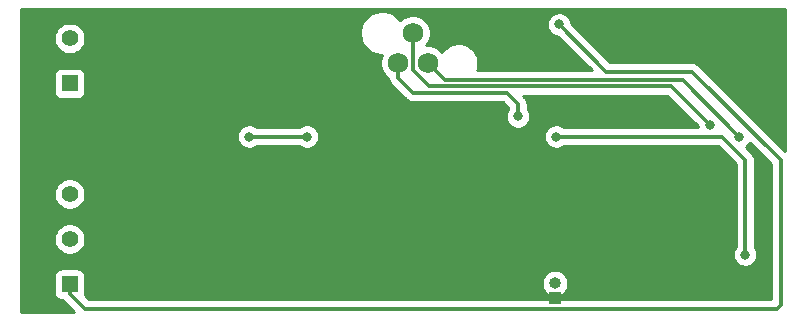
<source format=gbr>
%TF.GenerationSoftware,KiCad,Pcbnew,5.1.10-88a1d61d58~88~ubuntu20.04.1*%
%TF.CreationDate,2022-01-13T13:40:49+02:00*%
%TF.ProjectId,LED_Wled,4c45445f-576c-4656-942e-6b696361645f,rev?*%
%TF.SameCoordinates,Original*%
%TF.FileFunction,Copper,L2,Bot*%
%TF.FilePolarity,Positive*%
%FSLAX46Y46*%
G04 Gerber Fmt 4.6, Leading zero omitted, Abs format (unit mm)*
G04 Created by KiCad (PCBNEW 5.1.10-88a1d61d58~88~ubuntu20.04.1) date 2022-01-13 13:40:49*
%MOMM*%
%LPD*%
G01*
G04 APERTURE LIST*
%TA.AperFunction,ComponentPad*%
%ADD10O,1.000000X1.000000*%
%TD*%
%TA.AperFunction,ComponentPad*%
%ADD11R,1.000000X1.000000*%
%TD*%
%TA.AperFunction,ComponentPad*%
%ADD12C,1.400000*%
%TD*%
%TA.AperFunction,ComponentPad*%
%ADD13R,1.400000X1.400000*%
%TD*%
%TA.AperFunction,ComponentPad*%
%ADD14C,1.750000*%
%TD*%
%TA.AperFunction,ViaPad*%
%ADD15C,0.800000*%
%TD*%
%TA.AperFunction,Conductor*%
%ADD16C,0.350000*%
%TD*%
%TA.AperFunction,Conductor*%
%ADD17C,0.254000*%
%TD*%
%TA.AperFunction,Conductor*%
%ADD18C,0.100000*%
%TD*%
G04 APERTURE END LIST*
D10*
%TO.P,BOOT1,2*%
%TO.N,Net-(BOOT1-Pad2)*%
X112900000Y-69930000D03*
D11*
%TO.P,BOOT1,1*%
%TO.N,GND*%
X112900000Y-71200000D03*
%TD*%
D12*
%TO.P,J3,3*%
%TO.N,GNDPWR*%
X71800000Y-62380000D03*
%TO.P,J3,2*%
%TO.N,VIN*%
X71800000Y-66190000D03*
D13*
%TO.P,J3,1*%
%TO.N,LED_OUT_HV*%
X71800000Y-70000000D03*
%TD*%
D12*
%TO.P,J2,2*%
%TO.N,VIN*%
X71800000Y-49190000D03*
D13*
%TO.P,J2,1*%
%TO.N,GNDPWR*%
X71800000Y-53000000D03*
%TD*%
D14*
%TO.P,J1,4*%
%TO.N,GND*%
X103405000Y-48730000D03*
%TO.P,J1,3*%
%TO.N,RXD*%
X102135000Y-51270000D03*
%TO.P,J1,2*%
%TO.N,TXD*%
X100865000Y-48730000D03*
%TO.P,J1,1*%
%TO.N,+3V3*%
X99595000Y-51270000D03*
%TD*%
D15*
%TO.N,GND*%
X93000000Y-50000000D03*
X127500000Y-67500000D03*
X127500000Y-65500000D03*
X127500000Y-63500000D03*
X127500000Y-61500000D03*
X127500000Y-59500000D03*
X119500000Y-67500000D03*
X119500000Y-65500000D03*
X119500000Y-63500000D03*
X119500000Y-61500000D03*
X119500000Y-59500000D03*
X123500000Y-59500000D03*
X123500000Y-61500000D03*
X123500000Y-63500000D03*
X123500000Y-65500000D03*
X123500000Y-67500000D03*
X114000000Y-67500000D03*
X114000000Y-65500000D03*
X114000000Y-63500000D03*
X114000000Y-61500000D03*
X113000000Y-59500000D03*
X109750000Y-57750000D03*
X105250000Y-64750000D03*
X107500000Y-64750000D03*
X109750000Y-64750000D03*
X107500000Y-63500000D03*
X103500000Y-57000000D03*
X103500000Y-55750000D03*
X103500000Y-58250000D03*
X103500000Y-59500000D03*
X94250000Y-56250000D03*
X96500000Y-56250000D03*
X94250000Y-58750000D03*
X96500000Y-58750000D03*
X90000000Y-47000000D03*
X90000000Y-49000000D03*
X92000000Y-47000000D03*
X92000000Y-49000000D03*
X83000000Y-52000000D03*
X83000000Y-53000000D03*
X83000000Y-54000000D03*
X83000000Y-55000000D03*
X83000000Y-56000000D03*
X84000000Y-56000000D03*
X85000000Y-56000000D03*
X85000000Y-55000000D03*
X85000000Y-54000000D03*
X85000000Y-53000000D03*
X85000000Y-52000000D03*
X84000000Y-52000000D03*
X84000000Y-53000000D03*
X84000000Y-54000000D03*
X84000000Y-55000000D03*
X79900000Y-54100000D03*
X79900000Y-55100000D03*
X79900000Y-56100000D03*
X79900000Y-57100000D03*
%TO.N,+3V3*%
X109762500Y-55800000D03*
%TO.N,RXD*%
X128500000Y-57500000D03*
%TO.N,TXD*%
X126000000Y-56500000D03*
%TO.N,Net-(R3-Pad1)*%
X113000000Y-57500000D03*
X129000000Y-67500000D03*
%TO.N,LED_OUT_HV*%
X113250000Y-48000000D03*
%TO.N,Net-(D1-Pad1)*%
X87000000Y-57500000D03*
X91900000Y-57500000D03*
%TD*%
D16*
%TO.N,+3V3*%
X109762500Y-55800000D02*
X109762500Y-54762500D01*
X99595000Y-52507436D02*
X99595000Y-51270000D01*
X108795022Y-53795022D02*
X100882584Y-53795020D01*
X109762500Y-54762500D02*
X108795022Y-53795022D01*
X100882584Y-53795020D02*
X99595000Y-52507436D01*
%TO.N,RXD*%
X103560001Y-52695001D02*
X123695001Y-52695001D01*
X123695001Y-52695001D02*
X128500000Y-57500000D01*
X102135000Y-51270000D02*
X103560001Y-52695001D01*
%TO.N,TXD*%
X102260008Y-53245010D02*
X109022844Y-53245012D01*
X100865000Y-48730000D02*
X100865000Y-51850002D01*
X122745012Y-53245012D02*
X125600001Y-56100001D01*
X100865000Y-51850002D02*
X102260008Y-53245010D01*
X125600001Y-56100001D02*
X126000000Y-56500000D01*
X109022844Y-53245012D02*
X122745012Y-53245012D01*
%TO.N,Net-(R3-Pad1)*%
X129000000Y-59500000D02*
X129000000Y-67500000D01*
X113000000Y-57500000D02*
X127000000Y-57500000D01*
X127000000Y-57500000D02*
X129000000Y-59500000D01*
%TO.N,LED_OUT_HV*%
X71800000Y-70000000D02*
X71800000Y-70800000D01*
X71800000Y-70800000D02*
X73075001Y-72075001D01*
X131674999Y-72075001D02*
X132000000Y-71750000D01*
X132000000Y-71750000D02*
X132000000Y-59500000D01*
X132000000Y-59500000D02*
X124500000Y-52000000D01*
X124500000Y-52000000D02*
X117250000Y-52000000D01*
X117250000Y-52000000D02*
X113250000Y-48000000D01*
X73075001Y-72075001D02*
X131674999Y-72075001D01*
%TO.N,Net-(D1-Pad1)*%
X87000000Y-57500000D02*
X91900000Y-57500000D01*
%TD*%
D17*
%TO.N,GND*%
X132340000Y-58694488D02*
X125100900Y-51455388D01*
X125075528Y-51424472D01*
X124952189Y-51323251D01*
X124811473Y-51248037D01*
X124658788Y-51201720D01*
X124539791Y-51190000D01*
X124539788Y-51190000D01*
X124500000Y-51186081D01*
X124460212Y-51190000D01*
X117585513Y-51190000D01*
X114282871Y-47887359D01*
X114245226Y-47698102D01*
X114167205Y-47509744D01*
X114053937Y-47340226D01*
X113909774Y-47196063D01*
X113740256Y-47082795D01*
X113551898Y-47004774D01*
X113351939Y-46965000D01*
X113148061Y-46965000D01*
X112948102Y-47004774D01*
X112759744Y-47082795D01*
X112590226Y-47196063D01*
X112446063Y-47340226D01*
X112332795Y-47509744D01*
X112254774Y-47698102D01*
X112215000Y-47898061D01*
X112215000Y-48101939D01*
X112254774Y-48301898D01*
X112332795Y-48490256D01*
X112446063Y-48659774D01*
X112590226Y-48803937D01*
X112759744Y-48917205D01*
X112948102Y-48995226D01*
X113137359Y-49032871D01*
X115989488Y-51885001D01*
X106304089Y-51885001D01*
X106355246Y-51761496D01*
X106420000Y-51435958D01*
X106420000Y-51104042D01*
X106355246Y-50778504D01*
X106228228Y-50471853D01*
X106043825Y-50195875D01*
X105809125Y-49961175D01*
X105533147Y-49776772D01*
X105226496Y-49649754D01*
X104900958Y-49585000D01*
X104569042Y-49585000D01*
X104243504Y-49649754D01*
X103936853Y-49776772D01*
X103660875Y-49961175D01*
X103426175Y-50195875D01*
X103329764Y-50340164D01*
X103307893Y-50307431D01*
X103097569Y-50097107D01*
X102850253Y-49931856D01*
X102575451Y-49818029D01*
X102283722Y-49760000D01*
X101986278Y-49760000D01*
X101966535Y-49763927D01*
X102037893Y-49692569D01*
X102203144Y-49445253D01*
X102316971Y-49170451D01*
X102375000Y-48878722D01*
X102375000Y-48581278D01*
X102316971Y-48289549D01*
X102203144Y-48014747D01*
X102037893Y-47767431D01*
X101827569Y-47557107D01*
X101580253Y-47391856D01*
X101305451Y-47278029D01*
X101013722Y-47220000D01*
X100716278Y-47220000D01*
X100424549Y-47278029D01*
X100149747Y-47391856D01*
X99902431Y-47557107D01*
X99810077Y-47649461D01*
X99729175Y-47528382D01*
X99466618Y-47265825D01*
X99157882Y-47059534D01*
X98814834Y-46917439D01*
X98450656Y-46845000D01*
X98079344Y-46845000D01*
X97715166Y-46917439D01*
X97372118Y-47059534D01*
X97063382Y-47265825D01*
X96800825Y-47528382D01*
X96594534Y-47837118D01*
X96452439Y-48180166D01*
X96380000Y-48544344D01*
X96380000Y-48915656D01*
X96452439Y-49279834D01*
X96594534Y-49622882D01*
X96800825Y-49931618D01*
X97063382Y-50194175D01*
X97372118Y-50400466D01*
X97715166Y-50542561D01*
X98079344Y-50615000D01*
X98231898Y-50615000D01*
X98143029Y-50829549D01*
X98085000Y-51121278D01*
X98085000Y-51418722D01*
X98143029Y-51710451D01*
X98256856Y-51985253D01*
X98422107Y-52232569D01*
X98632431Y-52442893D01*
X98784748Y-52544668D01*
X98785000Y-52547224D01*
X98785000Y-52547226D01*
X98796720Y-52666223D01*
X98843037Y-52818908D01*
X98843038Y-52818909D01*
X98918251Y-52959625D01*
X98939095Y-52985023D01*
X99019472Y-53082964D01*
X99050387Y-53108335D01*
X100281693Y-54339642D01*
X100307056Y-54370547D01*
X100337960Y-54395909D01*
X100337964Y-54395913D01*
X100430395Y-54471769D01*
X100571110Y-54546982D01*
X100723796Y-54593299D01*
X100882584Y-54608939D01*
X100922382Y-54605019D01*
X108459510Y-54605022D01*
X108952501Y-55098013D01*
X108952501Y-55149299D01*
X108845295Y-55309744D01*
X108767274Y-55498102D01*
X108727500Y-55698061D01*
X108727500Y-55901939D01*
X108767274Y-56101898D01*
X108845295Y-56290256D01*
X108958563Y-56459774D01*
X109102726Y-56603937D01*
X109272244Y-56717205D01*
X109460602Y-56795226D01*
X109660561Y-56835000D01*
X109864439Y-56835000D01*
X110064398Y-56795226D01*
X110252756Y-56717205D01*
X110422274Y-56603937D01*
X110566437Y-56459774D01*
X110679705Y-56290256D01*
X110757726Y-56101898D01*
X110797500Y-55901939D01*
X110797500Y-55698061D01*
X110757726Y-55498102D01*
X110679705Y-55309744D01*
X110572500Y-55149300D01*
X110572500Y-54802291D01*
X110576419Y-54762500D01*
X110560780Y-54603712D01*
X110514463Y-54451026D01*
X110439249Y-54310311D01*
X110422172Y-54289502D01*
X110338028Y-54186972D01*
X110307118Y-54161605D01*
X110200525Y-54055012D01*
X122409500Y-54055012D01*
X124967129Y-56612642D01*
X124982516Y-56690000D01*
X113650700Y-56690000D01*
X113490256Y-56582795D01*
X113301898Y-56504774D01*
X113101939Y-56465000D01*
X112898061Y-56465000D01*
X112698102Y-56504774D01*
X112509744Y-56582795D01*
X112340226Y-56696063D01*
X112196063Y-56840226D01*
X112082795Y-57009744D01*
X112004774Y-57198102D01*
X111965000Y-57398061D01*
X111965000Y-57601939D01*
X112004774Y-57801898D01*
X112082795Y-57990256D01*
X112196063Y-58159774D01*
X112340226Y-58303937D01*
X112509744Y-58417205D01*
X112698102Y-58495226D01*
X112898061Y-58535000D01*
X113101939Y-58535000D01*
X113301898Y-58495226D01*
X113490256Y-58417205D01*
X113650700Y-58310000D01*
X126664488Y-58310000D01*
X128190000Y-59835513D01*
X128190001Y-66849299D01*
X128082795Y-67009744D01*
X128004774Y-67198102D01*
X127965000Y-67398061D01*
X127965000Y-67601939D01*
X128004774Y-67801898D01*
X128082795Y-67990256D01*
X128196063Y-68159774D01*
X128340226Y-68303937D01*
X128509744Y-68417205D01*
X128698102Y-68495226D01*
X128898061Y-68535000D01*
X129101939Y-68535000D01*
X129301898Y-68495226D01*
X129490256Y-68417205D01*
X129659774Y-68303937D01*
X129803937Y-68159774D01*
X129917205Y-67990256D01*
X129995226Y-67801898D01*
X130035000Y-67601939D01*
X130035000Y-67398061D01*
X129995226Y-67198102D01*
X129917205Y-67009744D01*
X129810000Y-66849300D01*
X129810000Y-59539787D01*
X129813919Y-59499999D01*
X129810000Y-59460209D01*
X129798280Y-59341212D01*
X129751963Y-59188527D01*
X129676750Y-59047812D01*
X129676749Y-59047810D01*
X129600893Y-58955380D01*
X129575528Y-58924472D01*
X129544619Y-58899106D01*
X129033694Y-58388181D01*
X129159774Y-58303937D01*
X129303937Y-58159774D01*
X129388181Y-58033694D01*
X131190001Y-59835514D01*
X131190000Y-71265001D01*
X73410514Y-71265001D01*
X73089546Y-70944034D01*
X73125812Y-70824482D01*
X73138072Y-70700000D01*
X73138072Y-69818212D01*
X111765000Y-69818212D01*
X111765000Y-70041788D01*
X111808617Y-70261067D01*
X111894176Y-70467624D01*
X112018388Y-70653520D01*
X112176480Y-70811612D01*
X112362376Y-70935824D01*
X112568933Y-71021383D01*
X112788212Y-71065000D01*
X113011788Y-71065000D01*
X113231067Y-71021383D01*
X113437624Y-70935824D01*
X113623520Y-70811612D01*
X113781612Y-70653520D01*
X113905824Y-70467624D01*
X113991383Y-70261067D01*
X114035000Y-70041788D01*
X114035000Y-69818212D01*
X113991383Y-69598933D01*
X113905824Y-69392376D01*
X113781612Y-69206480D01*
X113623520Y-69048388D01*
X113437624Y-68924176D01*
X113231067Y-68838617D01*
X113011788Y-68795000D01*
X112788212Y-68795000D01*
X112568933Y-68838617D01*
X112362376Y-68924176D01*
X112176480Y-69048388D01*
X112018388Y-69206480D01*
X111894176Y-69392376D01*
X111808617Y-69598933D01*
X111765000Y-69818212D01*
X73138072Y-69818212D01*
X73138072Y-69300000D01*
X73125812Y-69175518D01*
X73089502Y-69055820D01*
X73030537Y-68945506D01*
X72951185Y-68848815D01*
X72854494Y-68769463D01*
X72744180Y-68710498D01*
X72624482Y-68674188D01*
X72500000Y-68661928D01*
X71100000Y-68661928D01*
X70975518Y-68674188D01*
X70855820Y-68710498D01*
X70745506Y-68769463D01*
X70648815Y-68848815D01*
X70569463Y-68945506D01*
X70510498Y-69055820D01*
X70474188Y-69175518D01*
X70461928Y-69300000D01*
X70461928Y-70700000D01*
X70474188Y-70824482D01*
X70510498Y-70944180D01*
X70569463Y-71054494D01*
X70648815Y-71151185D01*
X70745506Y-71230537D01*
X70855820Y-71289502D01*
X70975518Y-71325812D01*
X71100000Y-71338072D01*
X71193734Y-71338072D01*
X71224473Y-71375528D01*
X71255383Y-71400895D01*
X72194487Y-72340000D01*
X67660000Y-72340000D01*
X67660000Y-66058514D01*
X70465000Y-66058514D01*
X70465000Y-66321486D01*
X70516304Y-66579405D01*
X70616939Y-66822359D01*
X70763038Y-67041013D01*
X70948987Y-67226962D01*
X71167641Y-67373061D01*
X71410595Y-67473696D01*
X71668514Y-67525000D01*
X71931486Y-67525000D01*
X72189405Y-67473696D01*
X72432359Y-67373061D01*
X72651013Y-67226962D01*
X72836962Y-67041013D01*
X72983061Y-66822359D01*
X73083696Y-66579405D01*
X73135000Y-66321486D01*
X73135000Y-66058514D01*
X73083696Y-65800595D01*
X72983061Y-65557641D01*
X72836962Y-65338987D01*
X72651013Y-65153038D01*
X72432359Y-65006939D01*
X72189405Y-64906304D01*
X71931486Y-64855000D01*
X71668514Y-64855000D01*
X71410595Y-64906304D01*
X71167641Y-65006939D01*
X70948987Y-65153038D01*
X70763038Y-65338987D01*
X70616939Y-65557641D01*
X70516304Y-65800595D01*
X70465000Y-66058514D01*
X67660000Y-66058514D01*
X67660000Y-62248514D01*
X70465000Y-62248514D01*
X70465000Y-62511486D01*
X70516304Y-62769405D01*
X70616939Y-63012359D01*
X70763038Y-63231013D01*
X70948987Y-63416962D01*
X71167641Y-63563061D01*
X71410595Y-63663696D01*
X71668514Y-63715000D01*
X71931486Y-63715000D01*
X72189405Y-63663696D01*
X72432359Y-63563061D01*
X72651013Y-63416962D01*
X72836962Y-63231013D01*
X72983061Y-63012359D01*
X73083696Y-62769405D01*
X73135000Y-62511486D01*
X73135000Y-62248514D01*
X73083696Y-61990595D01*
X72983061Y-61747641D01*
X72836962Y-61528987D01*
X72651013Y-61343038D01*
X72432359Y-61196939D01*
X72189405Y-61096304D01*
X71931486Y-61045000D01*
X71668514Y-61045000D01*
X71410595Y-61096304D01*
X71167641Y-61196939D01*
X70948987Y-61343038D01*
X70763038Y-61528987D01*
X70616939Y-61747641D01*
X70516304Y-61990595D01*
X70465000Y-62248514D01*
X67660000Y-62248514D01*
X67660000Y-57398061D01*
X85965000Y-57398061D01*
X85965000Y-57601939D01*
X86004774Y-57801898D01*
X86082795Y-57990256D01*
X86196063Y-58159774D01*
X86340226Y-58303937D01*
X86509744Y-58417205D01*
X86698102Y-58495226D01*
X86898061Y-58535000D01*
X87101939Y-58535000D01*
X87301898Y-58495226D01*
X87490256Y-58417205D01*
X87650700Y-58310000D01*
X91249300Y-58310000D01*
X91409744Y-58417205D01*
X91598102Y-58495226D01*
X91798061Y-58535000D01*
X92001939Y-58535000D01*
X92201898Y-58495226D01*
X92390256Y-58417205D01*
X92559774Y-58303937D01*
X92703937Y-58159774D01*
X92817205Y-57990256D01*
X92895226Y-57801898D01*
X92935000Y-57601939D01*
X92935000Y-57398061D01*
X92895226Y-57198102D01*
X92817205Y-57009744D01*
X92703937Y-56840226D01*
X92559774Y-56696063D01*
X92390256Y-56582795D01*
X92201898Y-56504774D01*
X92001939Y-56465000D01*
X91798061Y-56465000D01*
X91598102Y-56504774D01*
X91409744Y-56582795D01*
X91249300Y-56690000D01*
X87650700Y-56690000D01*
X87490256Y-56582795D01*
X87301898Y-56504774D01*
X87101939Y-56465000D01*
X86898061Y-56465000D01*
X86698102Y-56504774D01*
X86509744Y-56582795D01*
X86340226Y-56696063D01*
X86196063Y-56840226D01*
X86082795Y-57009744D01*
X86004774Y-57198102D01*
X85965000Y-57398061D01*
X67660000Y-57398061D01*
X67660000Y-52300000D01*
X70461928Y-52300000D01*
X70461928Y-53700000D01*
X70474188Y-53824482D01*
X70510498Y-53944180D01*
X70569463Y-54054494D01*
X70648815Y-54151185D01*
X70745506Y-54230537D01*
X70855820Y-54289502D01*
X70975518Y-54325812D01*
X71100000Y-54338072D01*
X72500000Y-54338072D01*
X72624482Y-54325812D01*
X72744180Y-54289502D01*
X72854494Y-54230537D01*
X72951185Y-54151185D01*
X73030537Y-54054494D01*
X73089502Y-53944180D01*
X73125812Y-53824482D01*
X73138072Y-53700000D01*
X73138072Y-52300000D01*
X73125812Y-52175518D01*
X73089502Y-52055820D01*
X73030537Y-51945506D01*
X72951185Y-51848815D01*
X72854494Y-51769463D01*
X72744180Y-51710498D01*
X72624482Y-51674188D01*
X72500000Y-51661928D01*
X71100000Y-51661928D01*
X70975518Y-51674188D01*
X70855820Y-51710498D01*
X70745506Y-51769463D01*
X70648815Y-51848815D01*
X70569463Y-51945506D01*
X70510498Y-52055820D01*
X70474188Y-52175518D01*
X70461928Y-52300000D01*
X67660000Y-52300000D01*
X67660000Y-49058514D01*
X70465000Y-49058514D01*
X70465000Y-49321486D01*
X70516304Y-49579405D01*
X70616939Y-49822359D01*
X70763038Y-50041013D01*
X70948987Y-50226962D01*
X71167641Y-50373061D01*
X71410595Y-50473696D01*
X71668514Y-50525000D01*
X71931486Y-50525000D01*
X72189405Y-50473696D01*
X72432359Y-50373061D01*
X72651013Y-50226962D01*
X72836962Y-50041013D01*
X72983061Y-49822359D01*
X73083696Y-49579405D01*
X73135000Y-49321486D01*
X73135000Y-49058514D01*
X73083696Y-48800595D01*
X72983061Y-48557641D01*
X72836962Y-48338987D01*
X72651013Y-48153038D01*
X72432359Y-48006939D01*
X72189405Y-47906304D01*
X71931486Y-47855000D01*
X71668514Y-47855000D01*
X71410595Y-47906304D01*
X71167641Y-48006939D01*
X70948987Y-48153038D01*
X70763038Y-48338987D01*
X70616939Y-48557641D01*
X70516304Y-48800595D01*
X70465000Y-49058514D01*
X67660000Y-49058514D01*
X67660000Y-46660000D01*
X132340000Y-46660000D01*
X132340000Y-58694488D01*
%TA.AperFunction,Conductor*%
D18*
G36*
X132340000Y-58694488D02*
G01*
X125100900Y-51455388D01*
X125075528Y-51424472D01*
X124952189Y-51323251D01*
X124811473Y-51248037D01*
X124658788Y-51201720D01*
X124539791Y-51190000D01*
X124539788Y-51190000D01*
X124500000Y-51186081D01*
X124460212Y-51190000D01*
X117585513Y-51190000D01*
X114282871Y-47887359D01*
X114245226Y-47698102D01*
X114167205Y-47509744D01*
X114053937Y-47340226D01*
X113909774Y-47196063D01*
X113740256Y-47082795D01*
X113551898Y-47004774D01*
X113351939Y-46965000D01*
X113148061Y-46965000D01*
X112948102Y-47004774D01*
X112759744Y-47082795D01*
X112590226Y-47196063D01*
X112446063Y-47340226D01*
X112332795Y-47509744D01*
X112254774Y-47698102D01*
X112215000Y-47898061D01*
X112215000Y-48101939D01*
X112254774Y-48301898D01*
X112332795Y-48490256D01*
X112446063Y-48659774D01*
X112590226Y-48803937D01*
X112759744Y-48917205D01*
X112948102Y-48995226D01*
X113137359Y-49032871D01*
X115989488Y-51885001D01*
X106304089Y-51885001D01*
X106355246Y-51761496D01*
X106420000Y-51435958D01*
X106420000Y-51104042D01*
X106355246Y-50778504D01*
X106228228Y-50471853D01*
X106043825Y-50195875D01*
X105809125Y-49961175D01*
X105533147Y-49776772D01*
X105226496Y-49649754D01*
X104900958Y-49585000D01*
X104569042Y-49585000D01*
X104243504Y-49649754D01*
X103936853Y-49776772D01*
X103660875Y-49961175D01*
X103426175Y-50195875D01*
X103329764Y-50340164D01*
X103307893Y-50307431D01*
X103097569Y-50097107D01*
X102850253Y-49931856D01*
X102575451Y-49818029D01*
X102283722Y-49760000D01*
X101986278Y-49760000D01*
X101966535Y-49763927D01*
X102037893Y-49692569D01*
X102203144Y-49445253D01*
X102316971Y-49170451D01*
X102375000Y-48878722D01*
X102375000Y-48581278D01*
X102316971Y-48289549D01*
X102203144Y-48014747D01*
X102037893Y-47767431D01*
X101827569Y-47557107D01*
X101580253Y-47391856D01*
X101305451Y-47278029D01*
X101013722Y-47220000D01*
X100716278Y-47220000D01*
X100424549Y-47278029D01*
X100149747Y-47391856D01*
X99902431Y-47557107D01*
X99810077Y-47649461D01*
X99729175Y-47528382D01*
X99466618Y-47265825D01*
X99157882Y-47059534D01*
X98814834Y-46917439D01*
X98450656Y-46845000D01*
X98079344Y-46845000D01*
X97715166Y-46917439D01*
X97372118Y-47059534D01*
X97063382Y-47265825D01*
X96800825Y-47528382D01*
X96594534Y-47837118D01*
X96452439Y-48180166D01*
X96380000Y-48544344D01*
X96380000Y-48915656D01*
X96452439Y-49279834D01*
X96594534Y-49622882D01*
X96800825Y-49931618D01*
X97063382Y-50194175D01*
X97372118Y-50400466D01*
X97715166Y-50542561D01*
X98079344Y-50615000D01*
X98231898Y-50615000D01*
X98143029Y-50829549D01*
X98085000Y-51121278D01*
X98085000Y-51418722D01*
X98143029Y-51710451D01*
X98256856Y-51985253D01*
X98422107Y-52232569D01*
X98632431Y-52442893D01*
X98784748Y-52544668D01*
X98785000Y-52547224D01*
X98785000Y-52547226D01*
X98796720Y-52666223D01*
X98843037Y-52818908D01*
X98843038Y-52818909D01*
X98918251Y-52959625D01*
X98939095Y-52985023D01*
X99019472Y-53082964D01*
X99050387Y-53108335D01*
X100281693Y-54339642D01*
X100307056Y-54370547D01*
X100337960Y-54395909D01*
X100337964Y-54395913D01*
X100430395Y-54471769D01*
X100571110Y-54546982D01*
X100723796Y-54593299D01*
X100882584Y-54608939D01*
X100922382Y-54605019D01*
X108459510Y-54605022D01*
X108952501Y-55098013D01*
X108952501Y-55149299D01*
X108845295Y-55309744D01*
X108767274Y-55498102D01*
X108727500Y-55698061D01*
X108727500Y-55901939D01*
X108767274Y-56101898D01*
X108845295Y-56290256D01*
X108958563Y-56459774D01*
X109102726Y-56603937D01*
X109272244Y-56717205D01*
X109460602Y-56795226D01*
X109660561Y-56835000D01*
X109864439Y-56835000D01*
X110064398Y-56795226D01*
X110252756Y-56717205D01*
X110422274Y-56603937D01*
X110566437Y-56459774D01*
X110679705Y-56290256D01*
X110757726Y-56101898D01*
X110797500Y-55901939D01*
X110797500Y-55698061D01*
X110757726Y-55498102D01*
X110679705Y-55309744D01*
X110572500Y-55149300D01*
X110572500Y-54802291D01*
X110576419Y-54762500D01*
X110560780Y-54603712D01*
X110514463Y-54451026D01*
X110439249Y-54310311D01*
X110422172Y-54289502D01*
X110338028Y-54186972D01*
X110307118Y-54161605D01*
X110200525Y-54055012D01*
X122409500Y-54055012D01*
X124967129Y-56612642D01*
X124982516Y-56690000D01*
X113650700Y-56690000D01*
X113490256Y-56582795D01*
X113301898Y-56504774D01*
X113101939Y-56465000D01*
X112898061Y-56465000D01*
X112698102Y-56504774D01*
X112509744Y-56582795D01*
X112340226Y-56696063D01*
X112196063Y-56840226D01*
X112082795Y-57009744D01*
X112004774Y-57198102D01*
X111965000Y-57398061D01*
X111965000Y-57601939D01*
X112004774Y-57801898D01*
X112082795Y-57990256D01*
X112196063Y-58159774D01*
X112340226Y-58303937D01*
X112509744Y-58417205D01*
X112698102Y-58495226D01*
X112898061Y-58535000D01*
X113101939Y-58535000D01*
X113301898Y-58495226D01*
X113490256Y-58417205D01*
X113650700Y-58310000D01*
X126664488Y-58310000D01*
X128190000Y-59835513D01*
X128190001Y-66849299D01*
X128082795Y-67009744D01*
X128004774Y-67198102D01*
X127965000Y-67398061D01*
X127965000Y-67601939D01*
X128004774Y-67801898D01*
X128082795Y-67990256D01*
X128196063Y-68159774D01*
X128340226Y-68303937D01*
X128509744Y-68417205D01*
X128698102Y-68495226D01*
X128898061Y-68535000D01*
X129101939Y-68535000D01*
X129301898Y-68495226D01*
X129490256Y-68417205D01*
X129659774Y-68303937D01*
X129803937Y-68159774D01*
X129917205Y-67990256D01*
X129995226Y-67801898D01*
X130035000Y-67601939D01*
X130035000Y-67398061D01*
X129995226Y-67198102D01*
X129917205Y-67009744D01*
X129810000Y-66849300D01*
X129810000Y-59539787D01*
X129813919Y-59499999D01*
X129810000Y-59460209D01*
X129798280Y-59341212D01*
X129751963Y-59188527D01*
X129676750Y-59047812D01*
X129676749Y-59047810D01*
X129600893Y-58955380D01*
X129575528Y-58924472D01*
X129544619Y-58899106D01*
X129033694Y-58388181D01*
X129159774Y-58303937D01*
X129303937Y-58159774D01*
X129388181Y-58033694D01*
X131190001Y-59835514D01*
X131190000Y-71265001D01*
X73410514Y-71265001D01*
X73089546Y-70944034D01*
X73125812Y-70824482D01*
X73138072Y-70700000D01*
X73138072Y-69818212D01*
X111765000Y-69818212D01*
X111765000Y-70041788D01*
X111808617Y-70261067D01*
X111894176Y-70467624D01*
X112018388Y-70653520D01*
X112176480Y-70811612D01*
X112362376Y-70935824D01*
X112568933Y-71021383D01*
X112788212Y-71065000D01*
X113011788Y-71065000D01*
X113231067Y-71021383D01*
X113437624Y-70935824D01*
X113623520Y-70811612D01*
X113781612Y-70653520D01*
X113905824Y-70467624D01*
X113991383Y-70261067D01*
X114035000Y-70041788D01*
X114035000Y-69818212D01*
X113991383Y-69598933D01*
X113905824Y-69392376D01*
X113781612Y-69206480D01*
X113623520Y-69048388D01*
X113437624Y-68924176D01*
X113231067Y-68838617D01*
X113011788Y-68795000D01*
X112788212Y-68795000D01*
X112568933Y-68838617D01*
X112362376Y-68924176D01*
X112176480Y-69048388D01*
X112018388Y-69206480D01*
X111894176Y-69392376D01*
X111808617Y-69598933D01*
X111765000Y-69818212D01*
X73138072Y-69818212D01*
X73138072Y-69300000D01*
X73125812Y-69175518D01*
X73089502Y-69055820D01*
X73030537Y-68945506D01*
X72951185Y-68848815D01*
X72854494Y-68769463D01*
X72744180Y-68710498D01*
X72624482Y-68674188D01*
X72500000Y-68661928D01*
X71100000Y-68661928D01*
X70975518Y-68674188D01*
X70855820Y-68710498D01*
X70745506Y-68769463D01*
X70648815Y-68848815D01*
X70569463Y-68945506D01*
X70510498Y-69055820D01*
X70474188Y-69175518D01*
X70461928Y-69300000D01*
X70461928Y-70700000D01*
X70474188Y-70824482D01*
X70510498Y-70944180D01*
X70569463Y-71054494D01*
X70648815Y-71151185D01*
X70745506Y-71230537D01*
X70855820Y-71289502D01*
X70975518Y-71325812D01*
X71100000Y-71338072D01*
X71193734Y-71338072D01*
X71224473Y-71375528D01*
X71255383Y-71400895D01*
X72194487Y-72340000D01*
X67660000Y-72340000D01*
X67660000Y-66058514D01*
X70465000Y-66058514D01*
X70465000Y-66321486D01*
X70516304Y-66579405D01*
X70616939Y-66822359D01*
X70763038Y-67041013D01*
X70948987Y-67226962D01*
X71167641Y-67373061D01*
X71410595Y-67473696D01*
X71668514Y-67525000D01*
X71931486Y-67525000D01*
X72189405Y-67473696D01*
X72432359Y-67373061D01*
X72651013Y-67226962D01*
X72836962Y-67041013D01*
X72983061Y-66822359D01*
X73083696Y-66579405D01*
X73135000Y-66321486D01*
X73135000Y-66058514D01*
X73083696Y-65800595D01*
X72983061Y-65557641D01*
X72836962Y-65338987D01*
X72651013Y-65153038D01*
X72432359Y-65006939D01*
X72189405Y-64906304D01*
X71931486Y-64855000D01*
X71668514Y-64855000D01*
X71410595Y-64906304D01*
X71167641Y-65006939D01*
X70948987Y-65153038D01*
X70763038Y-65338987D01*
X70616939Y-65557641D01*
X70516304Y-65800595D01*
X70465000Y-66058514D01*
X67660000Y-66058514D01*
X67660000Y-62248514D01*
X70465000Y-62248514D01*
X70465000Y-62511486D01*
X70516304Y-62769405D01*
X70616939Y-63012359D01*
X70763038Y-63231013D01*
X70948987Y-63416962D01*
X71167641Y-63563061D01*
X71410595Y-63663696D01*
X71668514Y-63715000D01*
X71931486Y-63715000D01*
X72189405Y-63663696D01*
X72432359Y-63563061D01*
X72651013Y-63416962D01*
X72836962Y-63231013D01*
X72983061Y-63012359D01*
X73083696Y-62769405D01*
X73135000Y-62511486D01*
X73135000Y-62248514D01*
X73083696Y-61990595D01*
X72983061Y-61747641D01*
X72836962Y-61528987D01*
X72651013Y-61343038D01*
X72432359Y-61196939D01*
X72189405Y-61096304D01*
X71931486Y-61045000D01*
X71668514Y-61045000D01*
X71410595Y-61096304D01*
X71167641Y-61196939D01*
X70948987Y-61343038D01*
X70763038Y-61528987D01*
X70616939Y-61747641D01*
X70516304Y-61990595D01*
X70465000Y-62248514D01*
X67660000Y-62248514D01*
X67660000Y-57398061D01*
X85965000Y-57398061D01*
X85965000Y-57601939D01*
X86004774Y-57801898D01*
X86082795Y-57990256D01*
X86196063Y-58159774D01*
X86340226Y-58303937D01*
X86509744Y-58417205D01*
X86698102Y-58495226D01*
X86898061Y-58535000D01*
X87101939Y-58535000D01*
X87301898Y-58495226D01*
X87490256Y-58417205D01*
X87650700Y-58310000D01*
X91249300Y-58310000D01*
X91409744Y-58417205D01*
X91598102Y-58495226D01*
X91798061Y-58535000D01*
X92001939Y-58535000D01*
X92201898Y-58495226D01*
X92390256Y-58417205D01*
X92559774Y-58303937D01*
X92703937Y-58159774D01*
X92817205Y-57990256D01*
X92895226Y-57801898D01*
X92935000Y-57601939D01*
X92935000Y-57398061D01*
X92895226Y-57198102D01*
X92817205Y-57009744D01*
X92703937Y-56840226D01*
X92559774Y-56696063D01*
X92390256Y-56582795D01*
X92201898Y-56504774D01*
X92001939Y-56465000D01*
X91798061Y-56465000D01*
X91598102Y-56504774D01*
X91409744Y-56582795D01*
X91249300Y-56690000D01*
X87650700Y-56690000D01*
X87490256Y-56582795D01*
X87301898Y-56504774D01*
X87101939Y-56465000D01*
X86898061Y-56465000D01*
X86698102Y-56504774D01*
X86509744Y-56582795D01*
X86340226Y-56696063D01*
X86196063Y-56840226D01*
X86082795Y-57009744D01*
X86004774Y-57198102D01*
X85965000Y-57398061D01*
X67660000Y-57398061D01*
X67660000Y-52300000D01*
X70461928Y-52300000D01*
X70461928Y-53700000D01*
X70474188Y-53824482D01*
X70510498Y-53944180D01*
X70569463Y-54054494D01*
X70648815Y-54151185D01*
X70745506Y-54230537D01*
X70855820Y-54289502D01*
X70975518Y-54325812D01*
X71100000Y-54338072D01*
X72500000Y-54338072D01*
X72624482Y-54325812D01*
X72744180Y-54289502D01*
X72854494Y-54230537D01*
X72951185Y-54151185D01*
X73030537Y-54054494D01*
X73089502Y-53944180D01*
X73125812Y-53824482D01*
X73138072Y-53700000D01*
X73138072Y-52300000D01*
X73125812Y-52175518D01*
X73089502Y-52055820D01*
X73030537Y-51945506D01*
X72951185Y-51848815D01*
X72854494Y-51769463D01*
X72744180Y-51710498D01*
X72624482Y-51674188D01*
X72500000Y-51661928D01*
X71100000Y-51661928D01*
X70975518Y-51674188D01*
X70855820Y-51710498D01*
X70745506Y-51769463D01*
X70648815Y-51848815D01*
X70569463Y-51945506D01*
X70510498Y-52055820D01*
X70474188Y-52175518D01*
X70461928Y-52300000D01*
X67660000Y-52300000D01*
X67660000Y-49058514D01*
X70465000Y-49058514D01*
X70465000Y-49321486D01*
X70516304Y-49579405D01*
X70616939Y-49822359D01*
X70763038Y-50041013D01*
X70948987Y-50226962D01*
X71167641Y-50373061D01*
X71410595Y-50473696D01*
X71668514Y-50525000D01*
X71931486Y-50525000D01*
X72189405Y-50473696D01*
X72432359Y-50373061D01*
X72651013Y-50226962D01*
X72836962Y-50041013D01*
X72983061Y-49822359D01*
X73083696Y-49579405D01*
X73135000Y-49321486D01*
X73135000Y-49058514D01*
X73083696Y-48800595D01*
X72983061Y-48557641D01*
X72836962Y-48338987D01*
X72651013Y-48153038D01*
X72432359Y-48006939D01*
X72189405Y-47906304D01*
X71931486Y-47855000D01*
X71668514Y-47855000D01*
X71410595Y-47906304D01*
X71167641Y-48006939D01*
X70948987Y-48153038D01*
X70763038Y-48338987D01*
X70616939Y-48557641D01*
X70516304Y-48800595D01*
X70465000Y-49058514D01*
X67660000Y-49058514D01*
X67660000Y-46660000D01*
X132340000Y-46660000D01*
X132340000Y-58694488D01*
G37*
%TD.AperFunction*%
%TD*%
M02*

</source>
